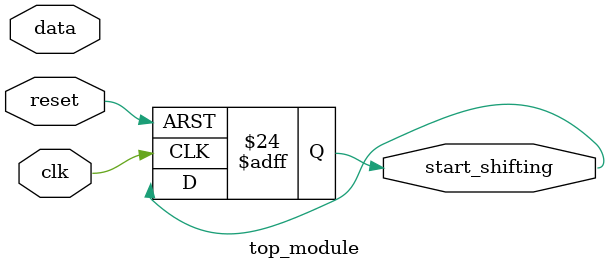
<source format=sv>
module top_module(
  input clk,
  input reset,
  input data,
  output reg start_shifting
);

  reg [3:0] state;
  reg start_flag;

  always @(posedge clk or posedge reset) begin
    if (reset) begin
      state <= 4'b0000;
      start_flag <= 0;
      start_shifting <= 0;
    end else begin
      case (state)
        4'b0000: begin
          if (data) begin
            state <= 4'b0001;
          end else begin
            state <= 4'b0000;
          end
        end
        4'b0001: begin
          if (data) begin
            state <= 4'b0010;
          end else begin
            state <= 4'b0000;
          end
        end
        4'b0010: begin
          if (data) begin
            state <= 4'b0011;
          end else begin
            state <= 4'b0000;
          end
        end
        4'b0011: begin
          if (data) begin
            state <= 4'b0001;
          end else begin
            state <= 4'b0000;
            start_flag <= 1;
          end
        end
      endcase
    end
  end

endmodule

</source>
